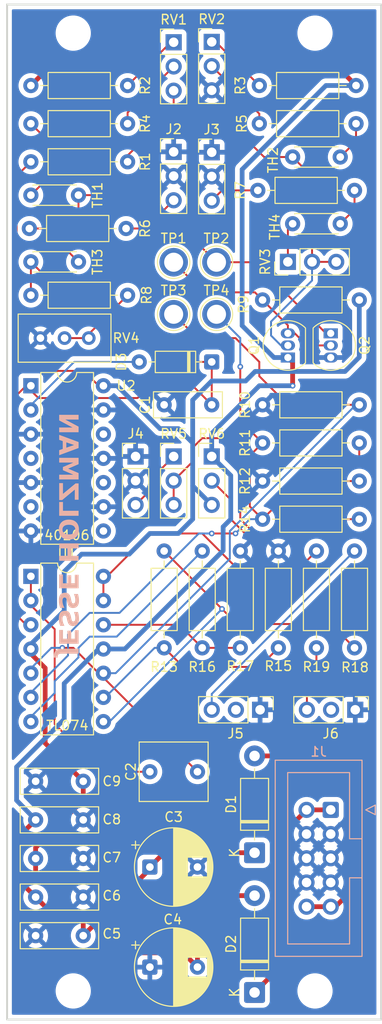
<source format=kicad_pcb>
(kicad_pcb (version 20241229) (generator "pcbnew") (generator_version "9.0")
  (title_block (title "MK VCO") (company "Jesse Holzman"))
  (layers (0 "F.Cu" signal) (2 "B.Cu" signal) (13 "F.Paste" user) (15 "B.Paste" user) (5 "F.SilkS" user "F.Silkscreen") (7 "B.SilkS" user "B.Silkscreen") (1 "F.Mask" user) (3 "B.Mask" user) (25 "Edge.Cuts" user))
  (net 0 "")
  (net 1 "GND")
  (net 2 "Net-(D3-K)")
  (net 3 "Net-(U1A--)")
  (net 4 "Net-(U1B-+)")
  (net 5 "+12V")
  (net 6 "-12V")
  (net 7 "Net-(D1-A)")
  (net 8 "Net-(D2-K)")
  (net 9 "Net-(D3-A)")
  (net 10 "Net-(J2-PadT)")
  (net 11 "Net-(J4-PadT)")
  (net 13 "Net-(J5-PadT)")
  (net 14 "Net-(J6-PadT)")
  (net 16 "Net-(Q1-B)")
  (net 17 "Net-(Q1-E)")
  (net 18 "Net-(R1-Pad2)")
  (net 19 "Net-(R2-Pad1)")
  (net 20 "Net-(R3-Pad1)")
  (net 21 "Net-(R4-Pad2)")
  (net 22 "Net-(R4-Pad1)")
  (net 23 "Net-(R5-Pad2)")
  (net 24 "Net-(R5-Pad1)")
  (net 25 "Net-(R6-Pad1)")
  (net 26 "Net-(R7-Pad1)")
  (net 27 "Net-(R8-Pad2)")
  (net 28 "Net-(R11-Pad2)")
  (net 29 "Net-(U1B--)")
  (net 30 "Net-(R13-Pad1)")
  (net 31 "Net-(U1C--)")
  (net 32 "Net-(R14-Pad2)")
  (net 33 "Net-(U1D-+)")
  (net 34 "Net-(R16-Pad2)")
  (net 35 "Net-(U1D--)")
  (net 36 "Net-(RV3-Pad1)")
  (net 42 "Net-(J3-PadT)")
  (footprint "JesseCustom:R_Axial_DIN0207_L6.3mm_D2.5mm_P10.16mm_Horizontal_VALUEINSIDE" (layer "F.Cu") (at 146.84 74.5)
    (property "Reference" "R9")
    (property "Value" "1M")
  )
  (footprint "JesseCustom:C_Disc_D4.3mm_W1.9mm_P5.00mm_VALUEINSIDE" (layer "F.Cu") (at 127.5 63.5 180)
    (property "Reference" "TH1")
    (property "Value" "10k")
  )
  (footprint "MountingHole:MountingHole_3.2mm_M3" (layer "F.Cu") (at 126.95 46.5)
    (property "Reference" "REF**" (hide yes))
    (property "Value" "MountingHole_3.2mm_M3" (hide yes))
  )
  (footprint "JesseCustom:R_Axial_DIN0207_L6.3mm_D2.5mm_P10.16mm_Horizontal_VALUEINSIDE" (layer "F.Cu") (at 132.66 52 180)
    (property "Reference" "R2")
    (property "Value" "33k")
  )
  (footprint "Capacitor_THT:C_Rect_L7.0mm_W6.0mm_P5.00mm" (layer "F.Cu") (at 135 124)
    (property "Reference" "C2")
    (property "Value" "1uF")
  )
  (footprint "Capacitor_THT:C_Disc_D8.0mm_W2.5mm_P5.00mm" (layer "F.Cu") (at 128 125 180)
    (property "Reference" "C9")
    (property "Value" "0.1uF_0603_16V")
  )
  (footprint "JesseCustom:PinHeader_1x03_P2.54mm_Vertical_AudioJack" (layer "F.Cu") (at 133.5 90.92)
    (property "Reference" "J4")
    (property "Value" "PWM CV")
  )
  (footprint "Potentiometer_THT:Potentiometer_Bourns_3296W_Vertical" (layer "F.Cu") (at 128.58 78.5)
    (property "Reference" "RV4")
    (property "Value" "1k")
  )
  (footprint "JesseCustom:C_Disc_D4.3mm_W1.9mm_P5.00mm_VALUEINSIDE" (layer "F.Cu") (at 122.5 70.5)
    (property "Reference" "TH3")
    (property "Value" "10k")
  )
  (footprint "JesseCustom:R_Axial_DIN0207_L6.3mm_D2.5mm_P10.16mm_Horizontal_VALUEINSIDE" (layer "F.Cu") (at 140.5 111 90)
    (property "Reference" "R16")
    (property "Value" "100k")
  )
  (footprint "JesseCustom:R_Axial_DIN0207_L6.3mm_D2.5mm_P10.16mm_Horizontal_VALUEINSIDE" (layer "F.Cu") (at 156.5 63 180)
    (property "Reference" "R7")
    (property "Value" "100k")
  )
  (footprint "Package_TO_SOT_THT:TO-92_Inline" (layer "F.Cu") (at 154 78 -90)
    (property "Reference" "Q2")
    (property "Value" "BC548")
  )
  (footprint "Capacitor_THT:C_Rect_L7.0mm_W2.5mm_P5.00mm" (layer "F.Cu") (at 141.5 85.5 180)
    (property "Reference" "C1")
    (property "Value" "2.2nF")
  )
  (footprint "MountingHole:MountingHole_3.2mm_M3" (layer "F.Cu") (at 152.35 46.5)
    (property "Reference" "REF**" (hide yes))
    (property "Value" "MountingHole_3.2mm_M3" (hide yes))
  )
  (footprint "TestPoint:TestPoint_Plated_Hole_D2.0mm" (layer "F.Cu") (at 142 70.54)
    (property "Reference" "TP2")
    (property "Value" "TestPoint" (hide yes))
  )
  (footprint "Capacitor_THT:C_Disc_D8.0mm_W2.5mm_P5.00mm" (layer "F.Cu") (at 128 133.1 180)
    (property "Reference" "C7")
    (property "Value" "0.1uF_0603_16V")
  )
  (footprint "JesseCustom:R_Axial_DIN0207_L6.3mm_D2.5mm_P10.16mm_Horizontal_VALUEINSIDE" (layer "F.Cu") (at 146.84 89.5)
    (property "Reference" "R11")
    (property "Value" "68K")
  )
  (footprint "Capacitor_THT:CP_Radial_D8.0mm_P5.00mm" (layer "F.Cu") (at 135 134)
    (property "Reference" "C3")
    (property "Value" "47uF_5x5.3_16V")
  )
  (footprint "JesseCustom:R_Axial_DIN0207_L6.3mm_D2.5mm_P10.16mm_Horizontal_VALUEINSIDE" (layer "F.Cu") (at 146.84 97.5)
    (property "Reference" "R14")
    (property "Value" "100k")
  )
  (footprint "Connector_PinHeader_2.54mm:PinHeader_1x03_P2.54mm_Vertical" (layer "F.Cu") (at 137.5 90.92)
    (property "Reference" "RV5")
    (property "Value" "B250K")
  )
  (footprint "TestPoint:TestPoint_Plated_Hole_D2.0mm" (layer "F.Cu") (at 142 76)
    (property "Reference" "TP4")
    (property "Value" "TestPoint" (hide yes))
  )
  (footprint "JesseCustom:PinHeader_1x03_P2.54mm_Vertical_AudioJack" (layer "F.Cu") (at 156.58 117.5 -90)
    (property "Reference" "J6")
    (property "Value" "PULSE OUT")
  )
  (footprint "JesseCustom:R_Axial_DIN0207_L6.3mm_D2.5mm_P10.16mm_Horizontal_VALUEINSIDE" (layer "F.Cu") (at 136.5 100.84 -90)
    (property "Reference" "R13")
    (property "Value" "100k")
  )
  (footprint "JesseCustom:PinHeader_1x03_P2.54mm_Vertical_AudioJack" (layer "F.Cu") (at 137.5 58.96)
    (property "Reference" "J2")
    (property "Value" "1V/OCT")
  )
  (footprint "MountingHole:MountingHole_3.2mm_M3" (layer "F.Cu") (at 152.35 147)
    (property "Reference" "REF**" (hide yes))
    (property "Value" "MountingHole_3.2mm_M3" (hide yes))
  )
  (footprint "JesseCustom:R_Axial_DIN0207_L6.3mm_D2.5mm_P10.16mm_Horizontal_VALUEINSIDE" (layer "F.Cu") (at 144.5 100.84 -90)
    (property "Reference" "R17")
    (property "Value" "68k")
  )
  (footprint "PCM_4ms_Package_DIP:DIP-14_W7.62mm" (layer "F.Cu") (at 122.5 103.55)
    (property "Reference" "U1")
    (property "Value" "TL074")
  )
  (footprint "Connector_PinHeader_2.54mm:PinHeader_1x03_P2.54mm_Vertical" (layer "F.Cu") (at 141.5 90.92)
    (property "Reference" "RV6")
    (property "Value" "B100K")
  )
  (footprint "Diode_THT:D_DO-35_SOD27_P7.62mm_Horizontal" (layer "F.Cu") (at 141.5 81 180)
    (property "Reference" "D3")
    (property "Value" "1N4148")
  )
  (footprint "JesseCustom:R_Axial_DIN0207_L6.3mm_D2.5mm_P10.16mm_Horizontal_VALUEINSIDE" (layer "F.Cu") (at 146.5 52)
    (property "Reference" "R3")
    (property "Value" "100k")
  )
  (footprint "JesseCustom:R_Axial_DIN0207_L6.3mm_D2.5mm_P10.16mm_Horizontal_VALUEINSIDE" (layer "F.Cu") (at 148.5 100.84 -90)
    (property "Reference" "R15")
    (property "Value" "47K")
  )
  (footprint "JesseCustom:C_Disc_D4.3mm_W1.9mm_P5.00mm_VALUEINSIDE" (layer "F.Cu") (at 150 66.5)
    (property "Reference" "TH4")
    (property "Value" "10k")
  )
  (footprint "TestPoint:TestPoint_Plated_Hole_D2.0mm" (layer "F.Cu") (at 137.5 76)
    (property "Reference" "TP3")
    (property "Value" "TestPoint" (hide yes))
  )
  (footprint "Connector_PinHeader_2.54mm:PinHeader_1x03_P2.54mm_Vertical" (layer "F.Cu") (at 149.5 70.5 90)
    (property "Reference" "RV3")
    (property "Value" "B1M")
  )
  (footprint "Package_TO_SOT_THT:TO-92_Inline" (layer "F.Cu") (at 149.5 80.54 90)
    (property "Reference" "Q1")
    (property "Value" "BC558")
  )
  (footprint "JesseCustom:R_Axial_DIN0207_L6.3mm_D2.5mm_P10.16mm_Horizontal_VALUEINSIDE" (layer "F.Cu") (at 122.34 67)
    (property "Reference" "R6")
    (property "Value" "100k")
  )
  (footprint "Diode_THT:D_DO-41_SOD81_P10.16mm_Horizontal" (layer "F.Cu") (at 146 147.16 90)
    (property "Reference" "D2")
    (property "Value" "1N5819")
  )
  (footprint "TestPoint:TestPoint_Plated_Hole_D2.0mm" (layer "F.Cu") (at 137.5 70.54)
    (property "Reference" "TP1")
    (property "Value" "TestPoint" (hide yes))
  )
  (footprint "Capacitor_THT:C_Disc_D8.0mm_W2.5mm_P5.00mm" (layer "F.Cu") (at 128 129.05 180)
    (property "Reference" "C8")
    (property "Value" "0.1uF_0603_16V")
  )
  (footprint "Capacitor_THT:CP_Radial_D8.0mm_P5.00mm" (layer "F.Cu") (at 135 144.5)
    (property "Reference" "C4")
    (property "Value" "47uF_5x5.3_16V")
  )
  (footprint "JesseCustom:R_Axial_DIN0207_L6.3mm_D2.5mm_P10.16mm_Horizontal_VALUEINSIDE" (layer "F.Cu") (at 122.5 60)
    (property "Reference" "R1")
    (property "Value" "100k")
  )
  (footprint "JesseCustom:C_Disc_D4.3mm_W1.9mm_P5.00mm_VALUEINSIDE" (layer "F.Cu") (at 150 59.5)
    (property "Reference" "TH2")
    (property "Value" "10k")
  )
  (footprint "Connector_PinHeader_2.54mm:PinHeader_1x03_P2.54mm_Vertical" (layer "F.Cu") (at 137.5 47.46)
    (property "Reference" "RV1")
    (property "Value" "B100K")
  )
  (footprint "JesseCustom:PinHeader_1x03_P2.54mm_Vertical_AudioJack" (layer "F.Cu") (at 141.5 59)
    (property "Reference" "J3")
    (property "Value" "FM CV")
  )
  (footprint "JesseCustom:R_Axial_DIN0207_L6.3mm_D2.5mm_P10.16mm_Horizontal_VALUEINSIDE" (layer "F.Cu") (at 156.66 56 180)
    (property "Reference" "R5")
    (property "Value" "1M")
  )
  (footprint "Capacitor_THT:C_Disc_D8.0mm_W2.5mm_P5.00mm" (layer "F.Cu") (at 128 137.15 180)
    (property "Reference" "C6")
    (property "Value" "0.1uF_0603_16V")
  )
  (footprint "JesseCustom:R_Axial_DIN0207_L6.3mm_D2.5mm_P10.16mm_Horizontal_VALUEINSIDE" (layer "F.Cu") (at 146.84 85.5)
    (property "Reference" "R10")
    (property "Value" "100k")
  )
  (footprint "JesseCustom:PinHeader_1x03_P2.54mm_Vertical_AudioJack" (layer "F.Cu") (at 146.58 117.5 -90)
    (property "Reference" "J5")
    (property "Value" "SAW OUT")
  )
  (footprint "MountingHole:MountingHole_3.2mm_M3" (layer "F.Cu") (at 126.95 147)
    (property "Reference" "REF**" (hide yes))
    (property "Value" "MountingHole_3.2mm_M3" (hide yes))
  )
  (footprint "JesseCustom:R_Axial_DIN0207_L6.3mm_D2.5mm_P10.16mm_Horizontal_VALUEINSIDE" (layer "F.Cu") (at 146.84 93.5)
    (property "Reference" "R12")
    (property "Value" "14k")
  )
  (footprint "JesseCustom:R_Axial_DIN0207_L6.3mm_D2.5mm_P10.16mm_Horizontal_VALUEINSIDE" (layer "F.Cu") (at 122.5 56)
    (property "Reference" "R4")
    (property "Value" "100k")
  )
  (footprint "JesseCustom:R_Axial_DIN0207_L6.3mm_D2.5mm_P10.16mm_Horizontal_VALUEINSIDE" (layer "F.Cu") (at 152.5 111 90)
    (property "Reference" "R19")
    (property "Value" "1k")
  )
  (footprint "Capacitor_THT:C_Disc_D8.0mm_W2.5mm_P5.00mm" (layer "F.Cu") (at 128 141.2 180)
    (property "Reference" "C5")
    (property "Value" "0.1uF_0603_16V")
  )
  (footprint "Diode_THT:D_DO-41_SOD81_P10.16mm_Horizontal" (layer "F.Cu") (at 146 132.5 90)
    (property "Reference" "D1")
    (property "Value" "1N5819")
  )
  (footprint "PCM_4ms_Package_DIP:DIP-14_W7.62mm" (layer "F.Cu") (at 122.5 83.55)
    (property "Reference" "U2")
    (property "Value" "40106")
  )
  (footprint "JesseCustom:R_Axial_DIN0207_L6.3mm_D2.5mm_P10.16mm_Horizontal_VALUEINSIDE" (layer "F.Cu") (at 156.5 100.84 -90)
    (property "Reference" "R18")
    (property "Value" "1k")
  )
  (footprint "Connector_PinHeader_2.54mm:PinHeader_1x03_P2.54mm_Vertical" (layer "F.Cu") (at 141.5 47.42)
    (property "Reference" "RV2")
    (property "Value" "B100K")
  )
  (footprint "JesseCustom:R_Axial_DIN0207_L6.3mm_D2.5mm_P10.16mm_Horizontal_VALUEINSIDE" (layer "F.Cu") (at 122.5 74)
    (property "Reference" "R8")
    (property "Value" "1k5")
  )
  (footprint "Connector_IDC:IDC-Header_2x05_P2.54mm_Vertical" (layer "B.Cu") (at 154 128 180)
    (property "Reference" "J1")
    (property "Value" "Conn_02x05_Odd_Even" (hide yes))
  )
  (gr_rect (start 120 43.5) (end 159.3 150) (stroke (width 0.2)) (fill no) (layer "Edge.Cuts"))
  (gr_text "JESSE HOLZMAN" (at 126.302613 99.079719 270) (layer "B.SilkS") (effects (font (size 2 2) (thickness 0.4) (bold yes)) (justify mirror)))
  (segment (start 135.5 83) (end 139 83) (width 0.2) (layer "F.Cu") (net 2))
  (segment (start 121 107.58) (end 121 84.5) (width 0.2) (layer "F.Cu") (net 2))
  (segment (start 122.5 84) (end 123.289211 84.789211) (width 0.2) (layer "F.Cu") (net 2))
  (segment (start 134.5 69) (end 136 67.5) (width 0.2) (layer "F.Cu") (net 2))
  (segment (start 121 84.5) (end 122 83.5) (width 0.2) (layer "F.Cu") (net 2))
  (segment (start 122.5 108.58) (end 122 108.58) (width 0.2) (layer "F.Cu") (net 2))
  (segment (start 122 83.5) (end 122.5 83.5) (width 0.2) (layer "F.Cu") (net 2))
  (segment (start 142 70.54) (end 146.04 70.54) (width 0.2) (layer "F.Cu") (net 2))
  (segment (start 134.5 77) (end 134.5 69) (width 0.2) (layer "F.Cu") (net 2))
  (segment (start 153.5 78) (end 154 78) (width 0.2) (layer "F.Cu") (net 2))
  (segment (start 123.289211 84.789211) (end 133.710789 84.789211) (width 0.2) (layer "F.Cu") (net 2))
  (segment (start 138.5 81) (end 134.5 77) (width 0.2) (layer "F.Cu") (net 2))
  (segment (start 146.04 70.54) (end 153.5 78) (width 0.2) (layer "F.Cu") (net 2))
  (segment (start 136 67.5) (end 138.96 67.5) (width 0.2) (layer "F.Cu") (net 2))
  (segment (start 138.96 67.5) (end 142 70.54) (width 0.2) (layer "F.Cu") (net 2))
  (segment (start 141.5 85.5) (end 141.5 81) (width 0.2) (layer "F.Cu") (net 2))
  (segment (start 122.5 83.5) (end 122.5 84) (width 0.2) (layer "F.Cu") (net 2))
  (segment (start 133.710789 84.789211) (end 135.5 83) (width 0.2) (layer "F.Cu") (net 2))
  (segment (start 139 83) (end 141.5 85.5) (width 0.2) (layer "F.Cu") (net 2))
  (segment (start 141.5 81) (end 138.5 81) (width 0.2) (layer "F.Cu") (net 2))
  (segment (start 122 108.58) (end 121 107.58) (width 0.2) (layer "F.Cu") (net 2))
  (segment (start 130 124) (end 125 119) (width 0.2) (layer "F.Cu") (net 3))
  (segment (start 122.5 106.54) (end 122.5 106.04) (width 0.2) (layer "F.Cu") (net 3))
  (segment (start 135 124) (end 130 124) (width 0.2) (layer "F.Cu") (net 3))
  (segment (start 125 109.04) (end 122.5 106.54) (width 0.2) (layer "F.Cu") (net 3))
  (segment (start 122.5 103.5) (end 122.5 106.04) (width 0.2) (layer "F.Cu") (net 3))
  (segment (start 125 119) (end 125 109.04) (width 0.2) (layer "F.Cu") (net 3))
  (segment (start 126.96 111) (end 129.62 113.66) (width 0.2) (layer "F.Cu") (net 4))
  (segment (start 137.5 76) (end 140 78.5) (width 0.2) (layer "F.Cu") (net 4))
  (segment (start 125.801 111) (end 126.96 111) (width 0.2) (layer "F.Cu") (net 4))
  (segment (start 149.5 85.5) (end 157 85.5) (width 0.2) (layer "F.Cu") (net 4))
  (segment (start 144 78.5) (end 146.5 81) (width 0.2) (layer "F.Cu") (net 4))
  (segment (start 146.5 81) (end 146.5 82.5) (width 0.2) (layer "F.Cu") (net 4))
  (segment (start 129.62 113.66) (end 130.12 113.66) (width 0.2) (layer "F.Cu") (net 4))
  (segment (start 140 78.5) (end 144 78.5) (width 0.2) (layer "F.Cu") (net 4))
  (segment (start 140 124) (end 130.12 114.12) (width 0.2) (layer "F.Cu") (net 4))
  (segment (start 130.12 114.12) (end 130.12 113.66) (width 0.2) (layer "F.Cu") (net 4))
  (segment (start 146.5 82.5) (end 149.5 85.5) (width 0.2) (layer "F.Cu") (net 4))
  (via (at 125.801 111) (size 0.6) (drill 0.3) (layers "F.Cu" "B.Cu") (net 4))
  (segment (start 156.650057 85.5) (end 157 85.5) (width 0.2) (layer "B.Cu") (net 4))
  (segment (start 122.5 113.16) (end 122.5 113.66) (width 0.2) (layer "B.Cu") (net 4))
  (segment (start 125.801 111) (end 124.66 111) (width 0.2) (layer "B.Cu") (net 4))
  (segment (start 143.399 101.6681) (end 143.399 98.751057) (width 0.2) (layer "B.Cu") (net 4))
  (segment (start 130.12 113.66) (end 131.4071 113.66) (width 0.2) (layer "B.Cu") (net 4))
  (segment (start 124.66 111) (end 122.5 113.16) (width 0.2) (layer "B.Cu") (net 4))
  (segment (start 131.4071 113.66) (end 143.399 101.6681) (width 0.2) (layer "B.Cu") (net 4))
  (segment (start 143.399 98.751057) (end 156.650057 85.5) (width 0.2) (layer "B.Cu") (net 4))
  (segment (start 121 61.5) (end 121 79) (width 0.2) (layer "F.Cu") (net 5))
  (segment (start 122.5 60) (end 121 61.5) (width 0.2) (layer "F.Cu") (net 5))
  (segment (start 121 79) (end 123.94 81.94) (width 0.2) (layer "F.Cu") (net 5))
  (segment (start 129.62 83.5) (end 130.12 83.5) (width 0.2) (layer "F.Cu") (net 5))
  (segment (start 122.5 111.12) (end 122.5 111.62) (width 0.5) (layer "F.Cu") (net 5))
  (segment (start 128 126.96863) (end 128 125) (width 0.5) (layer "F.Cu") (net 5))
  (segment (start 124 121) (end 128 125) (width 0.5) (layer "F.Cu") (net 5))
  (segment (start 123.94 81.94) (end 128.06 81.94) (width 0.2) (layer "F.Cu") (net 5))
  (segment (start 146 132.5) (end 136.5 132.5) (width 0.5) (layer "F.Cu") (net 5))
  (segment (start 123 134.865685) (end 128 139.865685) (width 0.5) (layer "F.Cu") (net 5))
  (segment (start 135 134.2) (end 135 134) (width 0.5) (layer "F.Cu") (net 5))
  (segment (start 123 133.1) (end 123 134.865685) (width 0.5) (layer "F.Cu") (net 5))
  (segment (start 123 131.96863) (end 128 126.96863) (width 0.5) (layer "F.Cu") (net 5))
  (segment (start 128.06 81.94) (end 129.62 83.5) (width 0.2) (layer "F.Cu") (net 5))
  (segment (start 128 141.2) (end 135 134.2) (width 0.5) (layer "F.Cu") (net 5))
  (segment (start 124 113.12) (end 124 121) (width 0.5) (layer "F.Cu") (net 5))
  (segment (start 123 133.1) (end 123 131.96863) (width 0.5) (layer "F.Cu") (net 5))
  (segment (start 136.5 132.5) (end 135 134) (width 0.5) (layer "F.Cu") (net 5))
  (segment (start 128 139.865685) (end 128 141.2) (width 0.5) (layer "F.Cu") (net 5))
  (segment (start 122.5 111.62) (end 124 113.12) (width 0.5) (layer "F.Cu") (net 5))
  (segment (start 122.5 111.12) (end 122.5 110.62) (width 0.5) (layer "B.Cu") (net 5))
  (segment (start 139.5 89.5) (end 139.5 90) (width 0.5) (layer "B.Cu") (net 5))
  (segment (start 155.5 82) (end 157 80.5) (width 0.5) (layer "B.Cu") (net 5))
  (segment (start 127.832785 101.167215) (end 132.830144 101.167215) (width 0.5) (layer "B.Cu") (net 5))
  (segment (start 139.5 90) (end 139.5 94) (width 0.5) (layer "B.Cu") (net 5))
  (segment (start 136.06 88) (end 138 88) (width 0.5) (layer "B.Cu") (net 5))
  (segment (start 145.062075 83) (end 146.062075 82) (width 0.5) (layer "B.Cu") (net 5))
  (segment (start 139.5 97.5) (end 139.5 94) (width 0.5) (layer "B.Cu") (net 5))
  (segment (start 130.12 83.5) (end 131.56 83.5) (width 0.5) (layer "B.Cu") (net 5))
  (segment (start 122.5 110.62) (end 126 107.12) (width 0.5) (layer "B.Cu") (net 5))
  (segment (start 126 103) (end 127.832785 101.167215) (width 0.5) (layer "B.Cu") (net 5))
  (segment (start 134.997359 99) (end 138 99) (width 0.5) (layer "B.Cu") (net 5))
  (segment (start 139.5 85) (end 141.5 83) (width 0.5) (layer "B.Cu") (net 5))
  (segment (start 141.5 83) (end 145.062075 83) (width 0.5) (layer "B.Cu") (net 5))
  (segment (start 126 107.12) (end 126 103) (width 0.5) (layer "B.Cu") (net 5))
  (segment (start 139.5 89.5) (end 139.5 85) (width 0.5) (layer "B.Cu") (net 5))
  (segment (start 157 80.5) (end 157 74.5) (width 0.5) (layer "B.Cu") (net 5))
  (segment (start 138 99) (end 139.5 97.5) (width 0.5) (layer "B.Cu") (net 5))
  (segment (start 146.062075 82) (end 155.5 82) (width 0.5) (layer "B.Cu") (net 5))
  (segment (start 131.56 83.5) (end 136.06 88) (width 0.5) (layer "B.Cu") (net 5))
  (segment (start 138 88) (end 139.5 89.5) (width 0.5) (layer "B.Cu") (net 5))
  (segment (start 139.5 94) (end 141.5 96) (width 0.5) (layer "B.Cu") (net 5))
  (segment (start 132.830144 101.167215) (end 134.997359 99) (width 0.5) (layer "B.Cu") (net 5))
  (segment (start 143 137) (end 140 140) (width 0.5) (layer "F.Cu") (net 6))
  (segment (start 150 83.5) (end 150 81.04) (width 0.5) (layer "F.Cu") (net 6))
  (segment (start 122.5 52) (end 124 50.5) (width 0.5) (layer "F.Cu") (net 6))
  (segment (start 146 137) (end 143 137) (width 0.5) (layer "F.Cu") (net 6))
  (segment (start 121 131.05) (end 123 129.05) (width 0.5) (layer "F.Cu") (net 6))
  (segment (start 125 139.15) (end 123 137.15) (width 0.5) (layer "F.Cu") (net 6))
  (segment (start 123 137.15) (end 123 137.75705) (width 0.2) (layer "F.Cu") (net 6))
  (segment (start 124 50.5) (end 131 50.5) (width 0.5) (layer "F.Cu") (net 6))
  (segment (start 125 141) (end 125 139.15) (width 0.5) (layer "F.Cu") (net 6))
  (segment (start 138.5 143) (end 127 143) (width 0.5) (layer "F.Cu") (net 6))
  (segment (start 143 45) (end 148.5 50.5) (width 0.5) (layer "F.Cu") (net 6))
  (segment (start 131 50.5) (end 136.5 45) (width 0.5) (layer "F.Cu") (net 6))
  (segment (start 155.16 50.5) (end 156.66 52) (width 0.5) (layer "F.Cu") (net 6))
  (segment (start 148.5 50.5) (end 155.16 50.5) (width 0.5) (layer "F.Cu") (net 6))
  (segment (start 140 140) (end 140 144.5) (width 0.5) (layer "F.Cu") (net 6))
  (segment (start 123 137.15) (end 121 135.15) (width 0.5) (layer "F.Cu") (net 6))
  (segment (start 150 81.04) (end 149.5 80.54) (width 0.5) (layer "F.Cu") (net 6))
  (segment (start 140 144.5) (end 138.5 143) (width 0.5) (layer "F.Cu") (net 6))
  (segment (start 121 135.15) (end 121 131.05) (width 0.5) (layer "F.Cu") (net 6))
  (segment (start 136.5 45) (end 143 45) (width 0.5) (layer "F.Cu") (net 6))
  (segment (start 127 143) (end 125 141) (width 0.5) (layer "F.Cu") (net 6))
  (via (at 150 83.5) (size 0.6) (drill 0.3) (layers "F.Cu" "B.Cu") (net 6))
  (segment (start 132.38 111.12) (end 130.12 111.12) (width 0.5) (layer "B.Cu") (net 6))
  (segment (start 142.696936 100.803064) (end 132.38 111.12) (width 0.5) (layer "B.Cu") (net 6))
  (segment (start 144.692941 60.807059) (end 144.692941 77.192941) (width 0.5) (layer "B.Cu") (net 6))
  (segment (start 150 83.5) (end 146.5 83.5) (width 0.5) (layer "B.Cu") (net 6))
  (segment (start 142.696936 98.303064) (end 142.696936 100.803064) (width 0.5) (layer "B.Cu") (net 6))
  (segment (start 148.04 80.54) (end 149.5 80.54) (width 0.5) (layer "B.Cu") (net 6))
  (segment (start 121 127) (end 123 129.05) (width 0.5) (layer "B.Cu") (net 6))
  (segment (start 126 114.74) (end 126 118.5) (width 0.5) (layer "B.Cu") (net 6))
  (segment (start 144.692941 77.192941) (end 148.04 80.54) (width 0.5) (layer "B.Cu") (net 6))
  (segment (start 130.12 111.12) (end 129.62 111.12) (width 0.5) (layer "B.Cu") (net 6))
  (segment (start 149.5 80.54) (end 149.944 80.096) (width 0.2) (layer "B.Cu") (net 6))
  (segment (start 141.5 88.5) (end 141.5 90.92) (width 0.5) (layer "B.Cu") (net 6))
  (segment (start 141.5 90.92) (end 143.5 92.92) (width 0.5) (layer "B.Cu") (net 6))
  (segment (start 129.62 111.12) (end 126 114.74) (width 0.5) (layer "B.Cu") (net 6))
  (segment (start 156.66 52) (end 153.5 52) (width 0.5) (layer "B.Cu") (net 6))
  (segment (start 143.5 97.5) (end 142.696936 98.303064) (width 0.5) (layer "B.Cu") (net 6))
  (segment (start 143.5 92.92) (end 143.5 97.5) (width 0.5) (layer "B.Cu") (net 6))
  (segment (start 126 118.5) (end 121 123.5) (width 0.5) (layer "B.Cu") (net 6))
  (segment (start 146.5 83.5) (end 141.5 88.5) (width 0.5) (layer "B.Cu") (net 6))
  (segment (start 153.5 52) (end 144.692941 60.807059) (width 0.5) (layer "B.Cu") (net 6))
  (segment (start 121 123.5) (end 121 127) (width 0.5) (layer "B.Cu") (net 6))
  (segment (start 157 135.66) (end 154.5 138.16) (width 0.5) (layer "F.Cu") (net 7))
  (segment (start 154.5 138.16) (end 154 138.16) (width 0.5) (layer "F.Cu") (net 7))
  (segment (start 154 138.16) (end 151.46 138.16) (width 0.5) (layer "F.Cu") (net 7))
  (segment (start 146 122.34) (end 152.84 122.34) (width 0.5) (layer "F.Cu") (net 7))
  (segment (start 152.84 122.34) (end 157 126.5) (width 0.5) (layer "F.Cu") (net 7))
  (segment (start 157 126.5) (end 157 135.66) (width 0.5) (layer "F.Cu") (net 7))
  (segment (start 151.46 128.02) (end 151.46 128) (width 0.5) (layer "F.Cu") (net 8))
  (segment (start 149 144.16) (end 149 130.48) (width 0.5) (layer "F.Cu") (net 8))
  (segment (start 149 130.48) (end 151.46 128.02) (width 0.5) (layer "F.Cu") (net 8))
  (segment (start 154 128) (end 151.46 128) (width 0.5) (layer "F.Cu") (net 8))
  (segment (start 146 147.16) (end 149 144.16) (width 0.5) (layer "F.Cu") (net 8))
  (segment (start 122.5 86.04) (end 122.5 85.54) (width 0.2) (layer "B.Cu") (net 9))
  (segment (start 127.04 81) (end 133.88 81) (width 0.2) (layer "B.Cu") (net 9))
  (segment (start 122.5 85.54) (end 127.04 81) (width 0.2) (layer "B.Cu") (net 9))
  (segment (start 134.54 67) (end 137.5 64.04) (width 0.2) (layer "F.Cu") (net 10))
  (segment (start 132.5 67) (end 134.54 67) (width 0.2) (layer "F.Cu") (net 10))
  (segment (start 135.5 94) (end 135.5 92.92) (width 0.2) (layer "F.Cu") (net 11))
  (segment (start 133.5 96) (end 135.5 94) (width 0.2) (layer "F.Cu") (net 11))
  (segment (start 135.5 92.92) (end 137.5 90.92) (width 0.2) (layer "F.Cu") (net 11))
  (segment (start 141.5 117.5) (end 141.5 115.84) (width 0.2) (layer "B.Cu") (net 13))
  (segment (start 141.5 115.84) (end 156.5 100.84) (width 0.2) (layer "B.Cu") (net 13))
  (segment (start 152.5 111) (end 152.5 113.5) (width 0.2) (layer "F.Cu") (net 14))
  (segment (start 151.5 114.5) (end 151.5 117.5) (width 0.2) (layer "F.Cu") (net 14))
  (segment (start 152.5 113.5) (end 151.5 114.5) (width 0.2) (layer "F.Cu") (net 14))
  (segment (start 127.5 66) (end 131 69.5) (width 0.2) (layer "F.Cu") (net 16))
  (segment (start 125.5 73.5) (end 122.5 70.5) (width 0.2) (layer "F.Cu") (net 16))
  (segment (start 129 73.5) (end 125.5 73.5) (width 0.2) (layer "F.Cu") (net 16))
  (segment (start 122.5 74) (end 122.5 70.5) (width 0.2) (layer "F.Cu") (net 16))
  (segment (start 132.5 63.5) (end 127.5 63.5) (width 0.2) (layer "F.Cu") (net 16))
  (segment (start 137.207635 56.5) (end 135 58.707635) (width 0.2) (layer "F.Cu") (net 16))
  (segment (start 144 56.5) (end 137.207635 56.5) (width 0.2) (layer "F.Cu") (net 16))
  (segment (start 150 59.5) (end 147 59.5) (width 0.2) (layer "F.Cu") (net 16))
  (segment (start 131 69.5) (end 131 71.5) (width 0.2) (layer "F.Cu") (net 16))
  (segment (start 127.5 63.5) (end 127.5 66) (width 0.2) (layer "F.Cu") (net 16))
  (segment (start 152.04 61.54) (end 152.04 70.5) (width 0.2) (layer "F.Cu") (net 16))
  (segment (start 135 58.707635) (end 135 61) (width 0.2) (layer "F.Cu") (net 16))
  (segment (start 149.5 79.27) (end 149.775 79.27) (width 0.2) (layer "F.Cu") (net 16))
  (segment (start 147 59.5) (end 144 56.5) (width 0.2) (layer "F.Cu") (net 16))
  (segment (start 131 71.5) (end 129 73.5) (width 0.2) (layer "F.Cu") (net 16))
  (segment (start 135 61) (end 132.5 63.5) (width 0.2) (layer "F.Cu") (net 16))
  (segment (start 152.04 70.5) (end 154.58 70.5) (width 0.2) (layer "F.Cu") (net 16))
  (segment (start 150 59.5) (end 152.04 61.54) (width 0.2) (layer "F.Cu") (net 16))
  (segment (start 152.04 72.46) (end 147.731676 76.768324) (width 0.2) (layer "B.Cu") (net 16))
  (segment (start 148.77 79.27) (end 149.5 79.27) (width 0.2) (layer "B.Cu") (net 16))
  (segment (start 152.04 70.5) (end 152.04 72.46) (width 0.2) (layer "B.Cu") (net 16))
  (segment (start 147.731676 78.231676) (end 148.77 79.27) (width 0.2) (layer "B.Cu") (net 16))
  (segment (start 147.731676 76.768324) (end 147.731676 78.231676) (width 0.2) (layer "B.Cu") (net 16))
  (segment (start 150.225 78) (end 151.495 79.27) (width 0.2) (layer "F.Cu") (net 17))
  (segment (start 149.5 78) (end 150.225 78) (width 0.2) (layer "F.Cu") (net 17))
  (segment (start 146.84 74.5) (end 146.040001 73.700001) (width 0.2) (layer "F.Cu") (net 17))
  (segment (start 151.495 79.27) (end 154 79.27) (width 0.2) (layer "F.Cu") (net 17))
  (segment (start 146.040001 73.700001) (end 140.660001 73.700001) (width 0.2) (layer "F.Cu") (net 17))
  (segment (start 140.660001 73.700001) (end 137.5 70.54) (width 0.2) (layer "F.Cu") (net 17))
  (segment (start 146.84 74.5) (end 149.5 77.16) (width 0.2) (layer "F.Cu") (net 17))
  (segment (start 149.5 77.16) (end 149.5 78) (width 0.2) (layer "F.Cu") (net 17))
  (segment (start 137.5 54.5) (end 132.66 59.34) (width 0.2) (layer "F.Cu") (net 18))
  (segment (start 137.5 52.54) (end 137.5 54.5) (width 0.2) (layer "F.Cu") (net 18))
  (segment (start 132.66 59.34) (end 132.66 60) (width 0.2) (layer "F.Cu") (net 18))
  (segment (start 137.5 47.46) (end 137.2 47.46) (width 0.2) (layer "F.Cu") (net 19))
  (segment (start 137.2 47.46) (end 132.66 52) (width 0.2) (layer "F.Cu") (net 19))
  (segment (start 141.92 47.42) (end 141.5 47.42) (width 0.2) (layer "F.Cu") (net 20))
  (segment (start 146.5 52) (end 141.92 47.42) (width 0.2) (layer "F.Cu") (net 20))
  (segment (start 132.66 54.84) (end 132.66 56) (width 0.2) (layer "F.Cu") (net 21))
  (segment (start 137.5 50) (end 137.5 50.7271) (width 0.2) (layer "F.Cu") (net 21))
  (segment (start 137.5 50) (end 132.66 54.84) (width 0.2) (layer "F.Cu") (net 21))
  (segment (start 137.5 50) (end 137.5 50.16) (width 0.2) (layer "F.Cu") (net 21))
  (segment (start 124.5 58) (end 124.5 61.5) (width 0.2) (layer "F.Cu") (net 22))
  (segment (start 124.5 61.5) (end 122.5 63.5) (width 0.2) (layer "F.Cu") (net 22))
  (segment (start 122.5 56) (end 124.5 58) (width 0.2) (layer "F.Cu") (net 22))
  (segment (start 141.5 49.96) (end 146.5 54.96) (width 0.2) (layer "F.Cu") (net 23))
  (segment (start 146.5 54.96) (end 146.5 56) (width 0.2) (layer "F.Cu") (net 23))
  (segment (start 156.66 56) (end 156.66 57.84) (width 0.2) (layer "F.Cu") (net 24))
  (segment (start 156.66 57.84) (end 155 59.5) (width 0.2) (layer "F.Cu") (net 24))
  (segment (start 124 67) (end 127.5 70.5) (width 0.2) (layer "F.Cu") (net 25))
  (segment (start 122.34 67) (end 124 67) (width 0.2) (layer "F.Cu") (net 25))
  (segment (start 156.5 65) (end 155 66.5) (width 0.2) (layer "F.Cu") (net 26))
  (segment (start 156.5 63) (end 156.5 65) (width 0.2) (layer "F.Cu") (net 26))
  (segment (start 128.58 78.08) (end 128.58 78.5) (width 0.2) (layer "F.Cu") (net 27))
  (segment (start 128.58 78.5) (end 126.04 78.5) (width 0.2) (layer "F.Cu") (net 27))
  (segment (start 132.66 74) (end 128.58 78.08) (width 0.2) (layer "F.Cu") (net 27))
  (segment (start 137.5 93.46) (end 139.5 91.46) (width 0.2) (layer "F.Cu") (net 28))
  (segment (start 147.61033 98.88967) (end 151 95.5) (width 0.2) (layer "F.Cu") (net 28))
  (segment (start 144.5 91) (end 144.5 97.5) (width 0.2) (layer "F.Cu") (net 28))
  (segment (start 157 91.5) (end 157 89.5) (width 0.2) (layer "F.Cu") (net 28))
  (segment (start 139.5 91.46) (end 139.5 90) (width 0.2) (layer "F.Cu") (net 28))
  (segment (start 157.5 95.5) (end 158.5 94.5) (width 0.2) (layer "F.Cu") (net 28))
  (segment (start 144.5 97.5) (end 145.88967 98.88967) (width 0.2) (layer "F.Cu") (net 28))
  (segment (start 139.5 90) (end 140.5 89) (width 0.2) (layer "F.Cu") (net 28))
  (segment (start 151 95.5) (end 157.5 95.5) (width 0.2) (layer "F.Cu") (net 28))
  (segment (start 142.5 89) (end 144.5 91) (width 0.2) (layer "F.Cu") (net 28))
  (segment (start 145.88967 98.88967) (end 147.61033 98.88967) (width 0.2) (layer "F.Cu") (net 28))
  (segment (start 140.5 89) (end 142.5 89) (width 0.2) (layer "F.Cu") (net 28))
  (segment (start 158.5 94.5) (end 158.5 93) (width 0.2) (layer "F.Cu") (net 28))
  (segment (start 137.5 96) (end 137.5 93.46) (width 0.2) (layer "F.Cu") (net 28))
  (segment (start 158.5 93) (end 157 91.5) (width 0.2) (layer "F.Cu") (net 28))
  (segment (start 144.5 81.5) (end 144.5 87.16) (width 0.2) (layer "F.Cu") (net 29))
  (segment (start 146.84 97.5) (end 145.5 96.16) (width 0.2) (layer "F.Cu") (net 29))
  (segment (start 157 93.5) (end 150.84 93.5) (width 0.2) (layer "F.Cu") (net 29))
  (segment (start 141.5 99) (end 144 99) (width 0.2) (layer "F.Cu") (net 29))
  (segment (start 145.5 96.16) (end 145.5 90.84) (width 0.2) (layer "F.Cu") (net 29))
  (segment (start 144.5 87.16) (end 146.84 89.5) (width 0.2) (layer "F.Cu") (net 29))
  (segment (start 150.84 93.5) (end 146.84 97.5) (width 0.2) (layer "F.Cu") (net 29))
  (segment (start 145.5 90.84) (end 146.84 89.5) (width 0.2) (layer "F.Cu") (net 29))
  (via (at 144 99) (size 0.6) (drill 0.3) (layers "F.Cu" "B.Cu") (net 29))
  (via (at 141.5 99) (size 0.6) (drill 0.3) (layers "F.Cu" "B.Cu") (net 29))
  (via (at 144.5 81.5) (size 0.6) (drill 0.3) (layers "F.Cu" "B.Cu") (net 29))
  (segment (start 141.5 76.5) (end 142 76) (width 0.2) (layer "B.Cu") (net 29))
  (segment (start 128.669013 107.330987) (end 126.401 109.599) (width 0.2) (layer "B.Cu") (net 29))
  (segment (start 122.5 115.7) (end 122.5 116.2) (width 0.2) (layer "B.Cu") (net 29))
  (segment (start 131.810488 107.330987) (end 128.669013 107.330987) (width 0.2) (layer "B.Cu") (net 29))
  (segment (start 144.5 81.5) (end 144.5 78.5) (width 0.2) (layer "B.Cu") (net 29))
  (segment (start 141.5 99) (end 140.141475 99) (width 0.2) (layer "B.Cu") (net 29))
  (segment (start 126.401 111.799) (end 122.5 115.7) (width 0.2) (layer "B.Cu") (net 29))
  (segment (start 144.5 78.5) (end 142 76) (width 0.2) (layer "B.Cu") (net 29))
  (segment (start 144 99) (end 145.5 97.5) (width 0.2) (layer "B.Cu") (net 29))
  (segment (start 140.141475 99) (end 131.810488 107.330987) (width 0.2) (layer "B.Cu") (net 29))
  (segment (start 145.5 97.5) (end 146.84 97.5) (width 0.2) (layer "B.Cu") (net 29))
  (segment (start 126.401 109.599) (end 126.401 111.799) (width 0.2) (layer "B.Cu") (net 29))
  (segment (start 156.5 111) (end 154 108.5) (width 0.2) (layer "F.Cu") (net 30))
  (segment (start 142.58 106.92) (end 136.5 100.84) (width 0.2) (layer "F.Cu") (net 30))
  (segment (start 130.12 118.74) (end 130.31705 118.74) (width 0.2) (layer "F.Cu") (net 30))
  (segment (start 144.16 108.5) (end 142.58 106.92) (width 0.2) (layer "F.Cu") (net 30))
  (segment (start 154 108.5) (end 144.16 108.5) (width 0.2) (layer "F.Cu") (net 30))
  (via (at 142.58 106.92) (size 0.6) (drill 0.3) (layers "F.Cu" "B.Cu") (net 30))
  (segment (start 130.12 118.74) (end 130.76 118.74) (width 0.2) (layer "B.Cu") (net 30))
  (segment (start 130.76 118.74) (end 142.58 106.92) (width 0.2) (layer "B.Cu") (net 30))
  (segment (start 138.5 113) (end 136.5 111) (width 0.2) (layer "F.Cu") (net 31))
  (segment (start 146.5 113) (end 138.5 113) (width 0.2) (layer "F.Cu") (net 31))
  (segment (start 148.5 111) (end 146.5 113) (width 0.2) (layer "F.Cu") (net 31))
  (segment (start 130.3 116.2) (end 130.12 116.2) (width 0.2) (layer "B.Cu") (net 31))
  (segment (start 135.5 111) (end 130.3 116.2) (width 0.2) (layer "B.Cu") (net 31))
  (segment (start 136.5 111) (end 135.5 111) (width 0.2) (layer "B.Cu") (net 31))
  (segment (start 145.5 99.5) (end 143.5 97.5) (width 0.2) (layer "F.Cu") (net 32))
  (segment (start 148 99.5) (end 145.5 99.5) (width 0.2) (layer "F.Cu") (net 32))
  (segment (start 157 97.5) (end 150 97.5) (width 0.2) (layer "F.Cu") (net 32))
  (segment (start 143.5 95.46) (end 141.5 93.46) (width 0.2) (layer "F.Cu") (net 32))
  (segment (start 150 97.5) (end 148 99.5) (width 0.2) (layer "F.Cu") (net 32))
  (segment (start 143.5 97.5) (end 143.5 95.46) (width 0.2) (layer "F.Cu") (net 32))
  (segment (start 140.5 111) (end 138.08 108.58) (width 0.2) (layer "F.Cu") (net 33))
  (segment (start 144.5 111) (end 140.5 111) (width 0.2) (layer "F.Cu") (net 33))
  (segment (start 138.08 108.58) (end 130.12 108.58) (width 0.2) (layer "F.Cu") (net 33))
  (segment (start 127.5 111) (end 128.676782 109.823218) (width 0.2) (layer "B.Cu") (net 34))
  (segment (start 128.676782 109.823218) (end 131.516782 109.823218) (width 0.2) (layer "B.Cu") (net 34))
  (segment (start 122.5 118.74) (end 122.5 118.24) (width 0.2) (layer "B.Cu") (net 34))
  (segment (start 131.516782 109.823218) (end 140.5 100.84) (width 0.2) (layer "B.Cu") (net 34))
  (segment (start 125 114.5) (end 127.5 112) (width 0.2) (layer "B.Cu") (net 34))
  (segment (start 122.5 118.24) (end 125 115.74) (width 0.2) (layer "B.Cu") (net 34))
  (segment (start 127.5 112) (end 127.5 111) (width 0.2) (layer "B.Cu") (net 34))
  (segment (start 125 115.74) (end 125 114.5) (width 0.2) (layer "B.Cu") (net 34))
  (segment (start 130.12 103.5) (end 130.5 103.5) (width 0.2) (layer "F.Cu") (net 35))
  (segment (start 145 103.5) (end 149.84 103.5) (width 0.2) (layer "F.Cu") (net 35))
  (segment (start 130.5 103.5) (end 135 99) (width 0.2) (layer "F.Cu") (net 35))
  (segment (start 135 99) (end 140.5 99) (width 0.2) (layer "F.Cu") (net 35))
  (segment (start 140.5 99) (end 145 103.5) (width 0.2) (layer "F.Cu") (net 35))
  (segment (start 130.12 106.04) (end 130.12 103.5) (width 0.2) (layer "F.Cu") (net 35))
  (segment (start 149.84 103.5) (end 152.5 100.84) (width 0.2) (layer "F.Cu") (net 35))
  (segment (start 149.5 67) (end 149.5 70.5) (width 0.2) (layer "F.Cu") (net 36))
  (segment (start 150 66.5) (end 149.5 67) (width 0.2) (layer "F.Cu") (net 36))
  (segment (start 146.34 63) (end 142.58 63) (width 0.2) (layer "F.Cu") (net 42))
  (segment (start 142.58 63) (end 141.5 64.08) (width 0.2) (layer "F.Cu") (net 42))
  (zone (net 1) (net_name "GND") (layer "B.Cu") (connect_pads (clearance 0.5)) (min_thickness 0.25) (fill yes (thermal_gap 0.5) (thermal_bridge_width 0.5))
    (polygon (pts (xy 120 43.5) (xy 159.29828 43.507962) (xy 159.295626 149.991028) (xy 120.003981 149.988056)))
  )
)
</source>
